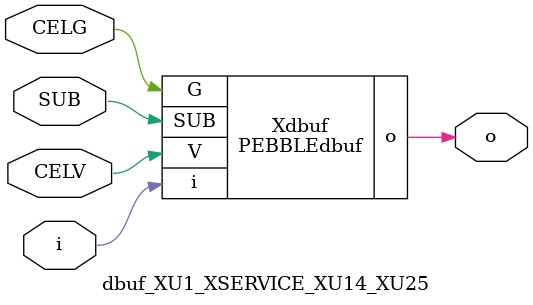
<source format=v>



module PEBBLEdbuf ( o, G, SUB, V, i );

  input V;
  input i;
  input G;
  output o;
  input SUB;
endmodule

//Celera Confidential Do Not Copy dbuf_XU1_XSERVICE_XU14_XU25
//Celera Confidential Symbol Generator
//Digital Buffer
module dbuf_XU1_XSERVICE_XU14_XU25 (CELV,CELG,i,o,SUB);
input CELV;
input CELG;
input i;
input SUB;
output o;

//Celera Confidential Do Not Copy dbuf
PEBBLEdbuf Xdbuf(
.V (CELV),
.i (i),
.o (o),
.SUB (SUB),
.G (CELG)
);
//,diesize,PEBBLEdbuf

//Celera Confidential Do Not Copy Module End
//Celera Schematic Generator
endmodule

</source>
